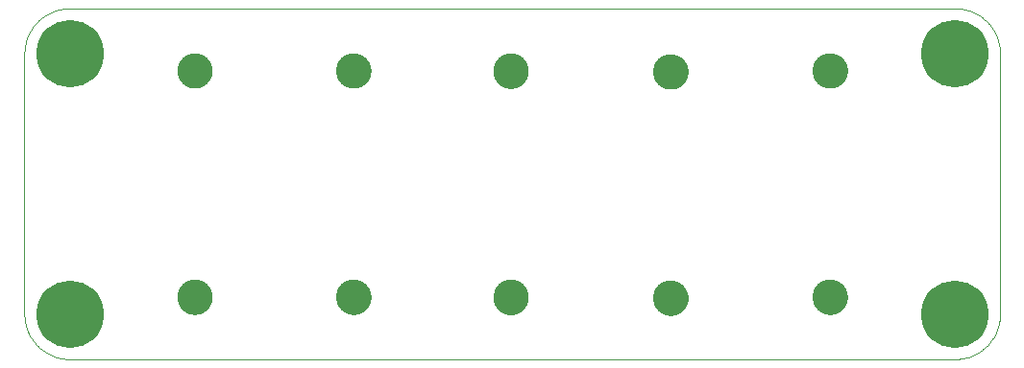
<source format=gts>
G75*
%MOIN*%
%OFA0B0*%
%FSLAX25Y25*%
%IPPOS*%
%LPD*%
%AMOC8*
5,1,8,0,0,1.08239X$1,22.5*
%
%ADD10C,0.00000*%
%ADD11C,0.12211*%
%ADD12C,0.23400*%
D10*
X0024622Y0008874D02*
X0331709Y0008874D01*
X0332090Y0008879D01*
X0332470Y0008892D01*
X0332850Y0008915D01*
X0333229Y0008948D01*
X0333607Y0008989D01*
X0333984Y0009039D01*
X0334360Y0009099D01*
X0334735Y0009167D01*
X0335107Y0009245D01*
X0335478Y0009332D01*
X0335846Y0009427D01*
X0336212Y0009532D01*
X0336575Y0009645D01*
X0336936Y0009767D01*
X0337293Y0009897D01*
X0337647Y0010037D01*
X0337998Y0010184D01*
X0338345Y0010341D01*
X0338688Y0010505D01*
X0339027Y0010678D01*
X0339362Y0010859D01*
X0339693Y0011048D01*
X0340018Y0011245D01*
X0340339Y0011449D01*
X0340655Y0011662D01*
X0340965Y0011882D01*
X0341271Y0012109D01*
X0341570Y0012344D01*
X0341864Y0012586D01*
X0342152Y0012834D01*
X0342434Y0013090D01*
X0342709Y0013353D01*
X0342978Y0013622D01*
X0343241Y0013897D01*
X0343497Y0014179D01*
X0343745Y0014467D01*
X0343987Y0014761D01*
X0344222Y0015060D01*
X0344449Y0015366D01*
X0344669Y0015676D01*
X0344882Y0015992D01*
X0345086Y0016313D01*
X0345283Y0016638D01*
X0345472Y0016969D01*
X0345653Y0017304D01*
X0345826Y0017643D01*
X0345990Y0017986D01*
X0346147Y0018333D01*
X0346294Y0018684D01*
X0346434Y0019038D01*
X0346564Y0019395D01*
X0346686Y0019756D01*
X0346799Y0020119D01*
X0346904Y0020485D01*
X0346999Y0020853D01*
X0347086Y0021224D01*
X0347164Y0021596D01*
X0347232Y0021971D01*
X0347292Y0022347D01*
X0347342Y0022724D01*
X0347383Y0023102D01*
X0347416Y0023481D01*
X0347439Y0023861D01*
X0347452Y0024241D01*
X0347457Y0024622D01*
X0347457Y0115173D01*
X0347452Y0115554D01*
X0347439Y0115934D01*
X0347416Y0116314D01*
X0347383Y0116693D01*
X0347342Y0117071D01*
X0347292Y0117448D01*
X0347232Y0117824D01*
X0347164Y0118199D01*
X0347086Y0118571D01*
X0346999Y0118942D01*
X0346904Y0119310D01*
X0346799Y0119676D01*
X0346686Y0120039D01*
X0346564Y0120400D01*
X0346434Y0120757D01*
X0346294Y0121111D01*
X0346147Y0121462D01*
X0345990Y0121809D01*
X0345826Y0122152D01*
X0345653Y0122491D01*
X0345472Y0122826D01*
X0345283Y0123157D01*
X0345086Y0123482D01*
X0344882Y0123803D01*
X0344669Y0124119D01*
X0344449Y0124429D01*
X0344222Y0124735D01*
X0343987Y0125034D01*
X0343745Y0125328D01*
X0343497Y0125616D01*
X0343241Y0125898D01*
X0342978Y0126173D01*
X0342709Y0126442D01*
X0342434Y0126705D01*
X0342152Y0126961D01*
X0341864Y0127209D01*
X0341570Y0127451D01*
X0341271Y0127686D01*
X0340965Y0127913D01*
X0340655Y0128133D01*
X0340339Y0128346D01*
X0340018Y0128550D01*
X0339693Y0128747D01*
X0339362Y0128936D01*
X0339027Y0129117D01*
X0338688Y0129290D01*
X0338345Y0129454D01*
X0337998Y0129611D01*
X0337647Y0129758D01*
X0337293Y0129898D01*
X0336936Y0130028D01*
X0336575Y0130150D01*
X0336212Y0130263D01*
X0335846Y0130368D01*
X0335478Y0130463D01*
X0335107Y0130550D01*
X0334735Y0130628D01*
X0334360Y0130696D01*
X0333984Y0130756D01*
X0333607Y0130806D01*
X0333229Y0130847D01*
X0332850Y0130880D01*
X0332470Y0130903D01*
X0332090Y0130916D01*
X0331709Y0130921D01*
X0024622Y0130921D01*
X0024241Y0130916D01*
X0023861Y0130903D01*
X0023481Y0130880D01*
X0023102Y0130847D01*
X0022724Y0130806D01*
X0022347Y0130756D01*
X0021971Y0130696D01*
X0021596Y0130628D01*
X0021224Y0130550D01*
X0020853Y0130463D01*
X0020485Y0130368D01*
X0020119Y0130263D01*
X0019756Y0130150D01*
X0019395Y0130028D01*
X0019038Y0129898D01*
X0018684Y0129758D01*
X0018333Y0129611D01*
X0017986Y0129454D01*
X0017643Y0129290D01*
X0017304Y0129117D01*
X0016969Y0128936D01*
X0016638Y0128747D01*
X0016313Y0128550D01*
X0015992Y0128346D01*
X0015676Y0128133D01*
X0015366Y0127913D01*
X0015060Y0127686D01*
X0014761Y0127451D01*
X0014467Y0127209D01*
X0014179Y0126961D01*
X0013897Y0126705D01*
X0013622Y0126442D01*
X0013353Y0126173D01*
X0013090Y0125898D01*
X0012834Y0125616D01*
X0012586Y0125328D01*
X0012344Y0125034D01*
X0012109Y0124735D01*
X0011882Y0124429D01*
X0011662Y0124119D01*
X0011449Y0123803D01*
X0011245Y0123482D01*
X0011048Y0123157D01*
X0010859Y0122826D01*
X0010678Y0122491D01*
X0010505Y0122152D01*
X0010341Y0121809D01*
X0010184Y0121462D01*
X0010037Y0121111D01*
X0009897Y0120757D01*
X0009767Y0120400D01*
X0009645Y0120039D01*
X0009532Y0119676D01*
X0009427Y0119310D01*
X0009332Y0118942D01*
X0009245Y0118571D01*
X0009167Y0118199D01*
X0009099Y0117824D01*
X0009039Y0117448D01*
X0008989Y0117071D01*
X0008948Y0116693D01*
X0008915Y0116314D01*
X0008892Y0115934D01*
X0008879Y0115554D01*
X0008874Y0115173D01*
X0008874Y0024622D01*
X0008879Y0024241D01*
X0008892Y0023861D01*
X0008915Y0023481D01*
X0008948Y0023102D01*
X0008989Y0022724D01*
X0009039Y0022347D01*
X0009099Y0021971D01*
X0009167Y0021596D01*
X0009245Y0021224D01*
X0009332Y0020853D01*
X0009427Y0020485D01*
X0009532Y0020119D01*
X0009645Y0019756D01*
X0009767Y0019395D01*
X0009897Y0019038D01*
X0010037Y0018684D01*
X0010184Y0018333D01*
X0010341Y0017986D01*
X0010505Y0017643D01*
X0010678Y0017304D01*
X0010859Y0016969D01*
X0011048Y0016638D01*
X0011245Y0016313D01*
X0011449Y0015992D01*
X0011662Y0015676D01*
X0011882Y0015366D01*
X0012109Y0015060D01*
X0012344Y0014761D01*
X0012586Y0014467D01*
X0012834Y0014179D01*
X0013090Y0013897D01*
X0013353Y0013622D01*
X0013622Y0013353D01*
X0013897Y0013090D01*
X0014179Y0012834D01*
X0014467Y0012586D01*
X0014761Y0012344D01*
X0015060Y0012109D01*
X0015366Y0011882D01*
X0015676Y0011662D01*
X0015992Y0011449D01*
X0016313Y0011245D01*
X0016638Y0011048D01*
X0016969Y0010859D01*
X0017304Y0010678D01*
X0017643Y0010505D01*
X0017986Y0010341D01*
X0018333Y0010184D01*
X0018684Y0010037D01*
X0019038Y0009897D01*
X0019395Y0009767D01*
X0019756Y0009645D01*
X0020119Y0009532D01*
X0020485Y0009427D01*
X0020853Y0009332D01*
X0021224Y0009245D01*
X0021596Y0009167D01*
X0021971Y0009099D01*
X0022347Y0009039D01*
X0022724Y0008989D01*
X0023102Y0008948D01*
X0023481Y0008915D01*
X0023861Y0008892D01*
X0024241Y0008879D01*
X0024622Y0008874D01*
X0062023Y0030528D02*
X0062025Y0030681D01*
X0062031Y0030835D01*
X0062041Y0030988D01*
X0062055Y0031140D01*
X0062073Y0031293D01*
X0062095Y0031444D01*
X0062120Y0031595D01*
X0062150Y0031746D01*
X0062184Y0031896D01*
X0062221Y0032044D01*
X0062262Y0032192D01*
X0062307Y0032338D01*
X0062356Y0032484D01*
X0062409Y0032628D01*
X0062465Y0032770D01*
X0062525Y0032911D01*
X0062589Y0033051D01*
X0062656Y0033189D01*
X0062727Y0033325D01*
X0062802Y0033459D01*
X0062879Y0033591D01*
X0062961Y0033721D01*
X0063045Y0033849D01*
X0063133Y0033975D01*
X0063224Y0034098D01*
X0063318Y0034219D01*
X0063416Y0034337D01*
X0063516Y0034453D01*
X0063620Y0034566D01*
X0063726Y0034677D01*
X0063835Y0034785D01*
X0063947Y0034890D01*
X0064061Y0034991D01*
X0064179Y0035090D01*
X0064298Y0035186D01*
X0064420Y0035279D01*
X0064545Y0035368D01*
X0064672Y0035455D01*
X0064801Y0035537D01*
X0064932Y0035617D01*
X0065065Y0035693D01*
X0065200Y0035766D01*
X0065337Y0035835D01*
X0065476Y0035900D01*
X0065616Y0035962D01*
X0065758Y0036020D01*
X0065901Y0036075D01*
X0066046Y0036126D01*
X0066192Y0036173D01*
X0066339Y0036216D01*
X0066487Y0036255D01*
X0066636Y0036291D01*
X0066786Y0036322D01*
X0066937Y0036350D01*
X0067088Y0036374D01*
X0067241Y0036394D01*
X0067393Y0036410D01*
X0067546Y0036422D01*
X0067699Y0036430D01*
X0067852Y0036434D01*
X0068006Y0036434D01*
X0068159Y0036430D01*
X0068312Y0036422D01*
X0068465Y0036410D01*
X0068617Y0036394D01*
X0068770Y0036374D01*
X0068921Y0036350D01*
X0069072Y0036322D01*
X0069222Y0036291D01*
X0069371Y0036255D01*
X0069519Y0036216D01*
X0069666Y0036173D01*
X0069812Y0036126D01*
X0069957Y0036075D01*
X0070100Y0036020D01*
X0070242Y0035962D01*
X0070382Y0035900D01*
X0070521Y0035835D01*
X0070658Y0035766D01*
X0070793Y0035693D01*
X0070926Y0035617D01*
X0071057Y0035537D01*
X0071186Y0035455D01*
X0071313Y0035368D01*
X0071438Y0035279D01*
X0071560Y0035186D01*
X0071679Y0035090D01*
X0071797Y0034991D01*
X0071911Y0034890D01*
X0072023Y0034785D01*
X0072132Y0034677D01*
X0072238Y0034566D01*
X0072342Y0034453D01*
X0072442Y0034337D01*
X0072540Y0034219D01*
X0072634Y0034098D01*
X0072725Y0033975D01*
X0072813Y0033849D01*
X0072897Y0033721D01*
X0072979Y0033591D01*
X0073056Y0033459D01*
X0073131Y0033325D01*
X0073202Y0033189D01*
X0073269Y0033051D01*
X0073333Y0032911D01*
X0073393Y0032770D01*
X0073449Y0032628D01*
X0073502Y0032484D01*
X0073551Y0032338D01*
X0073596Y0032192D01*
X0073637Y0032044D01*
X0073674Y0031896D01*
X0073708Y0031746D01*
X0073738Y0031595D01*
X0073763Y0031444D01*
X0073785Y0031293D01*
X0073803Y0031140D01*
X0073817Y0030988D01*
X0073827Y0030835D01*
X0073833Y0030681D01*
X0073835Y0030528D01*
X0073833Y0030375D01*
X0073827Y0030221D01*
X0073817Y0030068D01*
X0073803Y0029916D01*
X0073785Y0029763D01*
X0073763Y0029612D01*
X0073738Y0029461D01*
X0073708Y0029310D01*
X0073674Y0029160D01*
X0073637Y0029012D01*
X0073596Y0028864D01*
X0073551Y0028718D01*
X0073502Y0028572D01*
X0073449Y0028428D01*
X0073393Y0028286D01*
X0073333Y0028145D01*
X0073269Y0028005D01*
X0073202Y0027867D01*
X0073131Y0027731D01*
X0073056Y0027597D01*
X0072979Y0027465D01*
X0072897Y0027335D01*
X0072813Y0027207D01*
X0072725Y0027081D01*
X0072634Y0026958D01*
X0072540Y0026837D01*
X0072442Y0026719D01*
X0072342Y0026603D01*
X0072238Y0026490D01*
X0072132Y0026379D01*
X0072023Y0026271D01*
X0071911Y0026166D01*
X0071797Y0026065D01*
X0071679Y0025966D01*
X0071560Y0025870D01*
X0071438Y0025777D01*
X0071313Y0025688D01*
X0071186Y0025601D01*
X0071057Y0025519D01*
X0070926Y0025439D01*
X0070793Y0025363D01*
X0070658Y0025290D01*
X0070521Y0025221D01*
X0070382Y0025156D01*
X0070242Y0025094D01*
X0070100Y0025036D01*
X0069957Y0024981D01*
X0069812Y0024930D01*
X0069666Y0024883D01*
X0069519Y0024840D01*
X0069371Y0024801D01*
X0069222Y0024765D01*
X0069072Y0024734D01*
X0068921Y0024706D01*
X0068770Y0024682D01*
X0068617Y0024662D01*
X0068465Y0024646D01*
X0068312Y0024634D01*
X0068159Y0024626D01*
X0068006Y0024622D01*
X0067852Y0024622D01*
X0067699Y0024626D01*
X0067546Y0024634D01*
X0067393Y0024646D01*
X0067241Y0024662D01*
X0067088Y0024682D01*
X0066937Y0024706D01*
X0066786Y0024734D01*
X0066636Y0024765D01*
X0066487Y0024801D01*
X0066339Y0024840D01*
X0066192Y0024883D01*
X0066046Y0024930D01*
X0065901Y0024981D01*
X0065758Y0025036D01*
X0065616Y0025094D01*
X0065476Y0025156D01*
X0065337Y0025221D01*
X0065200Y0025290D01*
X0065065Y0025363D01*
X0064932Y0025439D01*
X0064801Y0025519D01*
X0064672Y0025601D01*
X0064545Y0025688D01*
X0064420Y0025777D01*
X0064298Y0025870D01*
X0064179Y0025966D01*
X0064061Y0026065D01*
X0063947Y0026166D01*
X0063835Y0026271D01*
X0063726Y0026379D01*
X0063620Y0026490D01*
X0063516Y0026603D01*
X0063416Y0026719D01*
X0063318Y0026837D01*
X0063224Y0026958D01*
X0063133Y0027081D01*
X0063045Y0027207D01*
X0062961Y0027335D01*
X0062879Y0027465D01*
X0062802Y0027597D01*
X0062727Y0027731D01*
X0062656Y0027867D01*
X0062589Y0028005D01*
X0062525Y0028145D01*
X0062465Y0028286D01*
X0062409Y0028428D01*
X0062356Y0028572D01*
X0062307Y0028718D01*
X0062262Y0028864D01*
X0062221Y0029012D01*
X0062184Y0029160D01*
X0062150Y0029310D01*
X0062120Y0029461D01*
X0062095Y0029612D01*
X0062073Y0029763D01*
X0062055Y0029916D01*
X0062041Y0030068D01*
X0062031Y0030221D01*
X0062025Y0030375D01*
X0062023Y0030528D01*
X0117141Y0030528D02*
X0117143Y0030681D01*
X0117149Y0030835D01*
X0117159Y0030988D01*
X0117173Y0031140D01*
X0117191Y0031293D01*
X0117213Y0031444D01*
X0117238Y0031595D01*
X0117268Y0031746D01*
X0117302Y0031896D01*
X0117339Y0032044D01*
X0117380Y0032192D01*
X0117425Y0032338D01*
X0117474Y0032484D01*
X0117527Y0032628D01*
X0117583Y0032770D01*
X0117643Y0032911D01*
X0117707Y0033051D01*
X0117774Y0033189D01*
X0117845Y0033325D01*
X0117920Y0033459D01*
X0117997Y0033591D01*
X0118079Y0033721D01*
X0118163Y0033849D01*
X0118251Y0033975D01*
X0118342Y0034098D01*
X0118436Y0034219D01*
X0118534Y0034337D01*
X0118634Y0034453D01*
X0118738Y0034566D01*
X0118844Y0034677D01*
X0118953Y0034785D01*
X0119065Y0034890D01*
X0119179Y0034991D01*
X0119297Y0035090D01*
X0119416Y0035186D01*
X0119538Y0035279D01*
X0119663Y0035368D01*
X0119790Y0035455D01*
X0119919Y0035537D01*
X0120050Y0035617D01*
X0120183Y0035693D01*
X0120318Y0035766D01*
X0120455Y0035835D01*
X0120594Y0035900D01*
X0120734Y0035962D01*
X0120876Y0036020D01*
X0121019Y0036075D01*
X0121164Y0036126D01*
X0121310Y0036173D01*
X0121457Y0036216D01*
X0121605Y0036255D01*
X0121754Y0036291D01*
X0121904Y0036322D01*
X0122055Y0036350D01*
X0122206Y0036374D01*
X0122359Y0036394D01*
X0122511Y0036410D01*
X0122664Y0036422D01*
X0122817Y0036430D01*
X0122970Y0036434D01*
X0123124Y0036434D01*
X0123277Y0036430D01*
X0123430Y0036422D01*
X0123583Y0036410D01*
X0123735Y0036394D01*
X0123888Y0036374D01*
X0124039Y0036350D01*
X0124190Y0036322D01*
X0124340Y0036291D01*
X0124489Y0036255D01*
X0124637Y0036216D01*
X0124784Y0036173D01*
X0124930Y0036126D01*
X0125075Y0036075D01*
X0125218Y0036020D01*
X0125360Y0035962D01*
X0125500Y0035900D01*
X0125639Y0035835D01*
X0125776Y0035766D01*
X0125911Y0035693D01*
X0126044Y0035617D01*
X0126175Y0035537D01*
X0126304Y0035455D01*
X0126431Y0035368D01*
X0126556Y0035279D01*
X0126678Y0035186D01*
X0126797Y0035090D01*
X0126915Y0034991D01*
X0127029Y0034890D01*
X0127141Y0034785D01*
X0127250Y0034677D01*
X0127356Y0034566D01*
X0127460Y0034453D01*
X0127560Y0034337D01*
X0127658Y0034219D01*
X0127752Y0034098D01*
X0127843Y0033975D01*
X0127931Y0033849D01*
X0128015Y0033721D01*
X0128097Y0033591D01*
X0128174Y0033459D01*
X0128249Y0033325D01*
X0128320Y0033189D01*
X0128387Y0033051D01*
X0128451Y0032911D01*
X0128511Y0032770D01*
X0128567Y0032628D01*
X0128620Y0032484D01*
X0128669Y0032338D01*
X0128714Y0032192D01*
X0128755Y0032044D01*
X0128792Y0031896D01*
X0128826Y0031746D01*
X0128856Y0031595D01*
X0128881Y0031444D01*
X0128903Y0031293D01*
X0128921Y0031140D01*
X0128935Y0030988D01*
X0128945Y0030835D01*
X0128951Y0030681D01*
X0128953Y0030528D01*
X0128951Y0030375D01*
X0128945Y0030221D01*
X0128935Y0030068D01*
X0128921Y0029916D01*
X0128903Y0029763D01*
X0128881Y0029612D01*
X0128856Y0029461D01*
X0128826Y0029310D01*
X0128792Y0029160D01*
X0128755Y0029012D01*
X0128714Y0028864D01*
X0128669Y0028718D01*
X0128620Y0028572D01*
X0128567Y0028428D01*
X0128511Y0028286D01*
X0128451Y0028145D01*
X0128387Y0028005D01*
X0128320Y0027867D01*
X0128249Y0027731D01*
X0128174Y0027597D01*
X0128097Y0027465D01*
X0128015Y0027335D01*
X0127931Y0027207D01*
X0127843Y0027081D01*
X0127752Y0026958D01*
X0127658Y0026837D01*
X0127560Y0026719D01*
X0127460Y0026603D01*
X0127356Y0026490D01*
X0127250Y0026379D01*
X0127141Y0026271D01*
X0127029Y0026166D01*
X0126915Y0026065D01*
X0126797Y0025966D01*
X0126678Y0025870D01*
X0126556Y0025777D01*
X0126431Y0025688D01*
X0126304Y0025601D01*
X0126175Y0025519D01*
X0126044Y0025439D01*
X0125911Y0025363D01*
X0125776Y0025290D01*
X0125639Y0025221D01*
X0125500Y0025156D01*
X0125360Y0025094D01*
X0125218Y0025036D01*
X0125075Y0024981D01*
X0124930Y0024930D01*
X0124784Y0024883D01*
X0124637Y0024840D01*
X0124489Y0024801D01*
X0124340Y0024765D01*
X0124190Y0024734D01*
X0124039Y0024706D01*
X0123888Y0024682D01*
X0123735Y0024662D01*
X0123583Y0024646D01*
X0123430Y0024634D01*
X0123277Y0024626D01*
X0123124Y0024622D01*
X0122970Y0024622D01*
X0122817Y0024626D01*
X0122664Y0024634D01*
X0122511Y0024646D01*
X0122359Y0024662D01*
X0122206Y0024682D01*
X0122055Y0024706D01*
X0121904Y0024734D01*
X0121754Y0024765D01*
X0121605Y0024801D01*
X0121457Y0024840D01*
X0121310Y0024883D01*
X0121164Y0024930D01*
X0121019Y0024981D01*
X0120876Y0025036D01*
X0120734Y0025094D01*
X0120594Y0025156D01*
X0120455Y0025221D01*
X0120318Y0025290D01*
X0120183Y0025363D01*
X0120050Y0025439D01*
X0119919Y0025519D01*
X0119790Y0025601D01*
X0119663Y0025688D01*
X0119538Y0025777D01*
X0119416Y0025870D01*
X0119297Y0025966D01*
X0119179Y0026065D01*
X0119065Y0026166D01*
X0118953Y0026271D01*
X0118844Y0026379D01*
X0118738Y0026490D01*
X0118634Y0026603D01*
X0118534Y0026719D01*
X0118436Y0026837D01*
X0118342Y0026958D01*
X0118251Y0027081D01*
X0118163Y0027207D01*
X0118079Y0027335D01*
X0117997Y0027465D01*
X0117920Y0027597D01*
X0117845Y0027731D01*
X0117774Y0027867D01*
X0117707Y0028005D01*
X0117643Y0028145D01*
X0117583Y0028286D01*
X0117527Y0028428D01*
X0117474Y0028572D01*
X0117425Y0028718D01*
X0117380Y0028864D01*
X0117339Y0029012D01*
X0117302Y0029160D01*
X0117268Y0029310D01*
X0117238Y0029461D01*
X0117213Y0029612D01*
X0117191Y0029763D01*
X0117173Y0029916D01*
X0117159Y0030068D01*
X0117149Y0030221D01*
X0117143Y0030375D01*
X0117141Y0030528D01*
X0171669Y0030409D02*
X0171671Y0030562D01*
X0171677Y0030716D01*
X0171687Y0030869D01*
X0171701Y0031021D01*
X0171719Y0031174D01*
X0171741Y0031325D01*
X0171766Y0031476D01*
X0171796Y0031627D01*
X0171830Y0031777D01*
X0171867Y0031925D01*
X0171908Y0032073D01*
X0171953Y0032219D01*
X0172002Y0032365D01*
X0172055Y0032509D01*
X0172111Y0032651D01*
X0172171Y0032792D01*
X0172235Y0032932D01*
X0172302Y0033070D01*
X0172373Y0033206D01*
X0172448Y0033340D01*
X0172525Y0033472D01*
X0172607Y0033602D01*
X0172691Y0033730D01*
X0172779Y0033856D01*
X0172870Y0033979D01*
X0172964Y0034100D01*
X0173062Y0034218D01*
X0173162Y0034334D01*
X0173266Y0034447D01*
X0173372Y0034558D01*
X0173481Y0034666D01*
X0173593Y0034771D01*
X0173707Y0034872D01*
X0173825Y0034971D01*
X0173944Y0035067D01*
X0174066Y0035160D01*
X0174191Y0035249D01*
X0174318Y0035336D01*
X0174447Y0035418D01*
X0174578Y0035498D01*
X0174711Y0035574D01*
X0174846Y0035647D01*
X0174983Y0035716D01*
X0175122Y0035781D01*
X0175262Y0035843D01*
X0175404Y0035901D01*
X0175547Y0035956D01*
X0175692Y0036007D01*
X0175838Y0036054D01*
X0175985Y0036097D01*
X0176133Y0036136D01*
X0176282Y0036172D01*
X0176432Y0036203D01*
X0176583Y0036231D01*
X0176734Y0036255D01*
X0176887Y0036275D01*
X0177039Y0036291D01*
X0177192Y0036303D01*
X0177345Y0036311D01*
X0177498Y0036315D01*
X0177652Y0036315D01*
X0177805Y0036311D01*
X0177958Y0036303D01*
X0178111Y0036291D01*
X0178263Y0036275D01*
X0178416Y0036255D01*
X0178567Y0036231D01*
X0178718Y0036203D01*
X0178868Y0036172D01*
X0179017Y0036136D01*
X0179165Y0036097D01*
X0179312Y0036054D01*
X0179458Y0036007D01*
X0179603Y0035956D01*
X0179746Y0035901D01*
X0179888Y0035843D01*
X0180028Y0035781D01*
X0180167Y0035716D01*
X0180304Y0035647D01*
X0180439Y0035574D01*
X0180572Y0035498D01*
X0180703Y0035418D01*
X0180832Y0035336D01*
X0180959Y0035249D01*
X0181084Y0035160D01*
X0181206Y0035067D01*
X0181325Y0034971D01*
X0181443Y0034872D01*
X0181557Y0034771D01*
X0181669Y0034666D01*
X0181778Y0034558D01*
X0181884Y0034447D01*
X0181988Y0034334D01*
X0182088Y0034218D01*
X0182186Y0034100D01*
X0182280Y0033979D01*
X0182371Y0033856D01*
X0182459Y0033730D01*
X0182543Y0033602D01*
X0182625Y0033472D01*
X0182702Y0033340D01*
X0182777Y0033206D01*
X0182848Y0033070D01*
X0182915Y0032932D01*
X0182979Y0032792D01*
X0183039Y0032651D01*
X0183095Y0032509D01*
X0183148Y0032365D01*
X0183197Y0032219D01*
X0183242Y0032073D01*
X0183283Y0031925D01*
X0183320Y0031777D01*
X0183354Y0031627D01*
X0183384Y0031476D01*
X0183409Y0031325D01*
X0183431Y0031174D01*
X0183449Y0031021D01*
X0183463Y0030869D01*
X0183473Y0030716D01*
X0183479Y0030562D01*
X0183481Y0030409D01*
X0183479Y0030256D01*
X0183473Y0030102D01*
X0183463Y0029949D01*
X0183449Y0029797D01*
X0183431Y0029644D01*
X0183409Y0029493D01*
X0183384Y0029342D01*
X0183354Y0029191D01*
X0183320Y0029041D01*
X0183283Y0028893D01*
X0183242Y0028745D01*
X0183197Y0028599D01*
X0183148Y0028453D01*
X0183095Y0028309D01*
X0183039Y0028167D01*
X0182979Y0028026D01*
X0182915Y0027886D01*
X0182848Y0027748D01*
X0182777Y0027612D01*
X0182702Y0027478D01*
X0182625Y0027346D01*
X0182543Y0027216D01*
X0182459Y0027088D01*
X0182371Y0026962D01*
X0182280Y0026839D01*
X0182186Y0026718D01*
X0182088Y0026600D01*
X0181988Y0026484D01*
X0181884Y0026371D01*
X0181778Y0026260D01*
X0181669Y0026152D01*
X0181557Y0026047D01*
X0181443Y0025946D01*
X0181325Y0025847D01*
X0181206Y0025751D01*
X0181084Y0025658D01*
X0180959Y0025569D01*
X0180832Y0025482D01*
X0180703Y0025400D01*
X0180572Y0025320D01*
X0180439Y0025244D01*
X0180304Y0025171D01*
X0180167Y0025102D01*
X0180028Y0025037D01*
X0179888Y0024975D01*
X0179746Y0024917D01*
X0179603Y0024862D01*
X0179458Y0024811D01*
X0179312Y0024764D01*
X0179165Y0024721D01*
X0179017Y0024682D01*
X0178868Y0024646D01*
X0178718Y0024615D01*
X0178567Y0024587D01*
X0178416Y0024563D01*
X0178263Y0024543D01*
X0178111Y0024527D01*
X0177958Y0024515D01*
X0177805Y0024507D01*
X0177652Y0024503D01*
X0177498Y0024503D01*
X0177345Y0024507D01*
X0177192Y0024515D01*
X0177039Y0024527D01*
X0176887Y0024543D01*
X0176734Y0024563D01*
X0176583Y0024587D01*
X0176432Y0024615D01*
X0176282Y0024646D01*
X0176133Y0024682D01*
X0175985Y0024721D01*
X0175838Y0024764D01*
X0175692Y0024811D01*
X0175547Y0024862D01*
X0175404Y0024917D01*
X0175262Y0024975D01*
X0175122Y0025037D01*
X0174983Y0025102D01*
X0174846Y0025171D01*
X0174711Y0025244D01*
X0174578Y0025320D01*
X0174447Y0025400D01*
X0174318Y0025482D01*
X0174191Y0025569D01*
X0174066Y0025658D01*
X0173944Y0025751D01*
X0173825Y0025847D01*
X0173707Y0025946D01*
X0173593Y0026047D01*
X0173481Y0026152D01*
X0173372Y0026260D01*
X0173266Y0026371D01*
X0173162Y0026484D01*
X0173062Y0026600D01*
X0172964Y0026718D01*
X0172870Y0026839D01*
X0172779Y0026962D01*
X0172691Y0027088D01*
X0172607Y0027216D01*
X0172525Y0027346D01*
X0172448Y0027478D01*
X0172373Y0027612D01*
X0172302Y0027748D01*
X0172235Y0027886D01*
X0172171Y0028026D01*
X0172111Y0028167D01*
X0172055Y0028309D01*
X0172002Y0028453D01*
X0171953Y0028599D01*
X0171908Y0028745D01*
X0171867Y0028893D01*
X0171830Y0029041D01*
X0171796Y0029191D01*
X0171766Y0029342D01*
X0171741Y0029493D01*
X0171719Y0029644D01*
X0171701Y0029797D01*
X0171687Y0029949D01*
X0171677Y0030102D01*
X0171671Y0030256D01*
X0171669Y0030409D01*
X0227181Y0030173D02*
X0227183Y0030326D01*
X0227189Y0030480D01*
X0227199Y0030633D01*
X0227213Y0030785D01*
X0227231Y0030938D01*
X0227253Y0031089D01*
X0227278Y0031240D01*
X0227308Y0031391D01*
X0227342Y0031541D01*
X0227379Y0031689D01*
X0227420Y0031837D01*
X0227465Y0031983D01*
X0227514Y0032129D01*
X0227567Y0032273D01*
X0227623Y0032415D01*
X0227683Y0032556D01*
X0227747Y0032696D01*
X0227814Y0032834D01*
X0227885Y0032970D01*
X0227960Y0033104D01*
X0228037Y0033236D01*
X0228119Y0033366D01*
X0228203Y0033494D01*
X0228291Y0033620D01*
X0228382Y0033743D01*
X0228476Y0033864D01*
X0228574Y0033982D01*
X0228674Y0034098D01*
X0228778Y0034211D01*
X0228884Y0034322D01*
X0228993Y0034430D01*
X0229105Y0034535D01*
X0229219Y0034636D01*
X0229337Y0034735D01*
X0229456Y0034831D01*
X0229578Y0034924D01*
X0229703Y0035013D01*
X0229830Y0035100D01*
X0229959Y0035182D01*
X0230090Y0035262D01*
X0230223Y0035338D01*
X0230358Y0035411D01*
X0230495Y0035480D01*
X0230634Y0035545D01*
X0230774Y0035607D01*
X0230916Y0035665D01*
X0231059Y0035720D01*
X0231204Y0035771D01*
X0231350Y0035818D01*
X0231497Y0035861D01*
X0231645Y0035900D01*
X0231794Y0035936D01*
X0231944Y0035967D01*
X0232095Y0035995D01*
X0232246Y0036019D01*
X0232399Y0036039D01*
X0232551Y0036055D01*
X0232704Y0036067D01*
X0232857Y0036075D01*
X0233010Y0036079D01*
X0233164Y0036079D01*
X0233317Y0036075D01*
X0233470Y0036067D01*
X0233623Y0036055D01*
X0233775Y0036039D01*
X0233928Y0036019D01*
X0234079Y0035995D01*
X0234230Y0035967D01*
X0234380Y0035936D01*
X0234529Y0035900D01*
X0234677Y0035861D01*
X0234824Y0035818D01*
X0234970Y0035771D01*
X0235115Y0035720D01*
X0235258Y0035665D01*
X0235400Y0035607D01*
X0235540Y0035545D01*
X0235679Y0035480D01*
X0235816Y0035411D01*
X0235951Y0035338D01*
X0236084Y0035262D01*
X0236215Y0035182D01*
X0236344Y0035100D01*
X0236471Y0035013D01*
X0236596Y0034924D01*
X0236718Y0034831D01*
X0236837Y0034735D01*
X0236955Y0034636D01*
X0237069Y0034535D01*
X0237181Y0034430D01*
X0237290Y0034322D01*
X0237396Y0034211D01*
X0237500Y0034098D01*
X0237600Y0033982D01*
X0237698Y0033864D01*
X0237792Y0033743D01*
X0237883Y0033620D01*
X0237971Y0033494D01*
X0238055Y0033366D01*
X0238137Y0033236D01*
X0238214Y0033104D01*
X0238289Y0032970D01*
X0238360Y0032834D01*
X0238427Y0032696D01*
X0238491Y0032556D01*
X0238551Y0032415D01*
X0238607Y0032273D01*
X0238660Y0032129D01*
X0238709Y0031983D01*
X0238754Y0031837D01*
X0238795Y0031689D01*
X0238832Y0031541D01*
X0238866Y0031391D01*
X0238896Y0031240D01*
X0238921Y0031089D01*
X0238943Y0030938D01*
X0238961Y0030785D01*
X0238975Y0030633D01*
X0238985Y0030480D01*
X0238991Y0030326D01*
X0238993Y0030173D01*
X0238991Y0030020D01*
X0238985Y0029866D01*
X0238975Y0029713D01*
X0238961Y0029561D01*
X0238943Y0029408D01*
X0238921Y0029257D01*
X0238896Y0029106D01*
X0238866Y0028955D01*
X0238832Y0028805D01*
X0238795Y0028657D01*
X0238754Y0028509D01*
X0238709Y0028363D01*
X0238660Y0028217D01*
X0238607Y0028073D01*
X0238551Y0027931D01*
X0238491Y0027790D01*
X0238427Y0027650D01*
X0238360Y0027512D01*
X0238289Y0027376D01*
X0238214Y0027242D01*
X0238137Y0027110D01*
X0238055Y0026980D01*
X0237971Y0026852D01*
X0237883Y0026726D01*
X0237792Y0026603D01*
X0237698Y0026482D01*
X0237600Y0026364D01*
X0237500Y0026248D01*
X0237396Y0026135D01*
X0237290Y0026024D01*
X0237181Y0025916D01*
X0237069Y0025811D01*
X0236955Y0025710D01*
X0236837Y0025611D01*
X0236718Y0025515D01*
X0236596Y0025422D01*
X0236471Y0025333D01*
X0236344Y0025246D01*
X0236215Y0025164D01*
X0236084Y0025084D01*
X0235951Y0025008D01*
X0235816Y0024935D01*
X0235679Y0024866D01*
X0235540Y0024801D01*
X0235400Y0024739D01*
X0235258Y0024681D01*
X0235115Y0024626D01*
X0234970Y0024575D01*
X0234824Y0024528D01*
X0234677Y0024485D01*
X0234529Y0024446D01*
X0234380Y0024410D01*
X0234230Y0024379D01*
X0234079Y0024351D01*
X0233928Y0024327D01*
X0233775Y0024307D01*
X0233623Y0024291D01*
X0233470Y0024279D01*
X0233317Y0024271D01*
X0233164Y0024267D01*
X0233010Y0024267D01*
X0232857Y0024271D01*
X0232704Y0024279D01*
X0232551Y0024291D01*
X0232399Y0024307D01*
X0232246Y0024327D01*
X0232095Y0024351D01*
X0231944Y0024379D01*
X0231794Y0024410D01*
X0231645Y0024446D01*
X0231497Y0024485D01*
X0231350Y0024528D01*
X0231204Y0024575D01*
X0231059Y0024626D01*
X0230916Y0024681D01*
X0230774Y0024739D01*
X0230634Y0024801D01*
X0230495Y0024866D01*
X0230358Y0024935D01*
X0230223Y0025008D01*
X0230090Y0025084D01*
X0229959Y0025164D01*
X0229830Y0025246D01*
X0229703Y0025333D01*
X0229578Y0025422D01*
X0229456Y0025515D01*
X0229337Y0025611D01*
X0229219Y0025710D01*
X0229105Y0025811D01*
X0228993Y0025916D01*
X0228884Y0026024D01*
X0228778Y0026135D01*
X0228674Y0026248D01*
X0228574Y0026364D01*
X0228476Y0026482D01*
X0228382Y0026603D01*
X0228291Y0026726D01*
X0228203Y0026852D01*
X0228119Y0026980D01*
X0228037Y0027110D01*
X0227960Y0027242D01*
X0227885Y0027376D01*
X0227814Y0027512D01*
X0227747Y0027650D01*
X0227683Y0027790D01*
X0227623Y0027931D01*
X0227567Y0028073D01*
X0227514Y0028217D01*
X0227465Y0028363D01*
X0227420Y0028509D01*
X0227379Y0028657D01*
X0227342Y0028805D01*
X0227308Y0028955D01*
X0227278Y0029106D01*
X0227253Y0029257D01*
X0227231Y0029408D01*
X0227213Y0029561D01*
X0227199Y0029713D01*
X0227189Y0029866D01*
X0227183Y0030020D01*
X0227181Y0030173D01*
X0282496Y0030528D02*
X0282498Y0030681D01*
X0282504Y0030835D01*
X0282514Y0030988D01*
X0282528Y0031140D01*
X0282546Y0031293D01*
X0282568Y0031444D01*
X0282593Y0031595D01*
X0282623Y0031746D01*
X0282657Y0031896D01*
X0282694Y0032044D01*
X0282735Y0032192D01*
X0282780Y0032338D01*
X0282829Y0032484D01*
X0282882Y0032628D01*
X0282938Y0032770D01*
X0282998Y0032911D01*
X0283062Y0033051D01*
X0283129Y0033189D01*
X0283200Y0033325D01*
X0283275Y0033459D01*
X0283352Y0033591D01*
X0283434Y0033721D01*
X0283518Y0033849D01*
X0283606Y0033975D01*
X0283697Y0034098D01*
X0283791Y0034219D01*
X0283889Y0034337D01*
X0283989Y0034453D01*
X0284093Y0034566D01*
X0284199Y0034677D01*
X0284308Y0034785D01*
X0284420Y0034890D01*
X0284534Y0034991D01*
X0284652Y0035090D01*
X0284771Y0035186D01*
X0284893Y0035279D01*
X0285018Y0035368D01*
X0285145Y0035455D01*
X0285274Y0035537D01*
X0285405Y0035617D01*
X0285538Y0035693D01*
X0285673Y0035766D01*
X0285810Y0035835D01*
X0285949Y0035900D01*
X0286089Y0035962D01*
X0286231Y0036020D01*
X0286374Y0036075D01*
X0286519Y0036126D01*
X0286665Y0036173D01*
X0286812Y0036216D01*
X0286960Y0036255D01*
X0287109Y0036291D01*
X0287259Y0036322D01*
X0287410Y0036350D01*
X0287561Y0036374D01*
X0287714Y0036394D01*
X0287866Y0036410D01*
X0288019Y0036422D01*
X0288172Y0036430D01*
X0288325Y0036434D01*
X0288479Y0036434D01*
X0288632Y0036430D01*
X0288785Y0036422D01*
X0288938Y0036410D01*
X0289090Y0036394D01*
X0289243Y0036374D01*
X0289394Y0036350D01*
X0289545Y0036322D01*
X0289695Y0036291D01*
X0289844Y0036255D01*
X0289992Y0036216D01*
X0290139Y0036173D01*
X0290285Y0036126D01*
X0290430Y0036075D01*
X0290573Y0036020D01*
X0290715Y0035962D01*
X0290855Y0035900D01*
X0290994Y0035835D01*
X0291131Y0035766D01*
X0291266Y0035693D01*
X0291399Y0035617D01*
X0291530Y0035537D01*
X0291659Y0035455D01*
X0291786Y0035368D01*
X0291911Y0035279D01*
X0292033Y0035186D01*
X0292152Y0035090D01*
X0292270Y0034991D01*
X0292384Y0034890D01*
X0292496Y0034785D01*
X0292605Y0034677D01*
X0292711Y0034566D01*
X0292815Y0034453D01*
X0292915Y0034337D01*
X0293013Y0034219D01*
X0293107Y0034098D01*
X0293198Y0033975D01*
X0293286Y0033849D01*
X0293370Y0033721D01*
X0293452Y0033591D01*
X0293529Y0033459D01*
X0293604Y0033325D01*
X0293675Y0033189D01*
X0293742Y0033051D01*
X0293806Y0032911D01*
X0293866Y0032770D01*
X0293922Y0032628D01*
X0293975Y0032484D01*
X0294024Y0032338D01*
X0294069Y0032192D01*
X0294110Y0032044D01*
X0294147Y0031896D01*
X0294181Y0031746D01*
X0294211Y0031595D01*
X0294236Y0031444D01*
X0294258Y0031293D01*
X0294276Y0031140D01*
X0294290Y0030988D01*
X0294300Y0030835D01*
X0294306Y0030681D01*
X0294308Y0030528D01*
X0294306Y0030375D01*
X0294300Y0030221D01*
X0294290Y0030068D01*
X0294276Y0029916D01*
X0294258Y0029763D01*
X0294236Y0029612D01*
X0294211Y0029461D01*
X0294181Y0029310D01*
X0294147Y0029160D01*
X0294110Y0029012D01*
X0294069Y0028864D01*
X0294024Y0028718D01*
X0293975Y0028572D01*
X0293922Y0028428D01*
X0293866Y0028286D01*
X0293806Y0028145D01*
X0293742Y0028005D01*
X0293675Y0027867D01*
X0293604Y0027731D01*
X0293529Y0027597D01*
X0293452Y0027465D01*
X0293370Y0027335D01*
X0293286Y0027207D01*
X0293198Y0027081D01*
X0293107Y0026958D01*
X0293013Y0026837D01*
X0292915Y0026719D01*
X0292815Y0026603D01*
X0292711Y0026490D01*
X0292605Y0026379D01*
X0292496Y0026271D01*
X0292384Y0026166D01*
X0292270Y0026065D01*
X0292152Y0025966D01*
X0292033Y0025870D01*
X0291911Y0025777D01*
X0291786Y0025688D01*
X0291659Y0025601D01*
X0291530Y0025519D01*
X0291399Y0025439D01*
X0291266Y0025363D01*
X0291131Y0025290D01*
X0290994Y0025221D01*
X0290855Y0025156D01*
X0290715Y0025094D01*
X0290573Y0025036D01*
X0290430Y0024981D01*
X0290285Y0024930D01*
X0290139Y0024883D01*
X0289992Y0024840D01*
X0289844Y0024801D01*
X0289695Y0024765D01*
X0289545Y0024734D01*
X0289394Y0024706D01*
X0289243Y0024682D01*
X0289090Y0024662D01*
X0288938Y0024646D01*
X0288785Y0024634D01*
X0288632Y0024626D01*
X0288479Y0024622D01*
X0288325Y0024622D01*
X0288172Y0024626D01*
X0288019Y0024634D01*
X0287866Y0024646D01*
X0287714Y0024662D01*
X0287561Y0024682D01*
X0287410Y0024706D01*
X0287259Y0024734D01*
X0287109Y0024765D01*
X0286960Y0024801D01*
X0286812Y0024840D01*
X0286665Y0024883D01*
X0286519Y0024930D01*
X0286374Y0024981D01*
X0286231Y0025036D01*
X0286089Y0025094D01*
X0285949Y0025156D01*
X0285810Y0025221D01*
X0285673Y0025290D01*
X0285538Y0025363D01*
X0285405Y0025439D01*
X0285274Y0025519D01*
X0285145Y0025601D01*
X0285018Y0025688D01*
X0284893Y0025777D01*
X0284771Y0025870D01*
X0284652Y0025966D01*
X0284534Y0026065D01*
X0284420Y0026166D01*
X0284308Y0026271D01*
X0284199Y0026379D01*
X0284093Y0026490D01*
X0283989Y0026603D01*
X0283889Y0026719D01*
X0283791Y0026837D01*
X0283697Y0026958D01*
X0283606Y0027081D01*
X0283518Y0027207D01*
X0283434Y0027335D01*
X0283352Y0027465D01*
X0283275Y0027597D01*
X0283200Y0027731D01*
X0283129Y0027867D01*
X0283062Y0028005D01*
X0282998Y0028145D01*
X0282938Y0028286D01*
X0282882Y0028428D01*
X0282829Y0028572D01*
X0282780Y0028718D01*
X0282735Y0028864D01*
X0282694Y0029012D01*
X0282657Y0029160D01*
X0282623Y0029310D01*
X0282593Y0029461D01*
X0282568Y0029612D01*
X0282546Y0029763D01*
X0282528Y0029916D01*
X0282514Y0030068D01*
X0282504Y0030221D01*
X0282498Y0030375D01*
X0282496Y0030528D01*
X0227181Y0108913D02*
X0227183Y0109066D01*
X0227189Y0109220D01*
X0227199Y0109373D01*
X0227213Y0109525D01*
X0227231Y0109678D01*
X0227253Y0109829D01*
X0227278Y0109980D01*
X0227308Y0110131D01*
X0227342Y0110281D01*
X0227379Y0110429D01*
X0227420Y0110577D01*
X0227465Y0110723D01*
X0227514Y0110869D01*
X0227567Y0111013D01*
X0227623Y0111155D01*
X0227683Y0111296D01*
X0227747Y0111436D01*
X0227814Y0111574D01*
X0227885Y0111710D01*
X0227960Y0111844D01*
X0228037Y0111976D01*
X0228119Y0112106D01*
X0228203Y0112234D01*
X0228291Y0112360D01*
X0228382Y0112483D01*
X0228476Y0112604D01*
X0228574Y0112722D01*
X0228674Y0112838D01*
X0228778Y0112951D01*
X0228884Y0113062D01*
X0228993Y0113170D01*
X0229105Y0113275D01*
X0229219Y0113376D01*
X0229337Y0113475D01*
X0229456Y0113571D01*
X0229578Y0113664D01*
X0229703Y0113753D01*
X0229830Y0113840D01*
X0229959Y0113922D01*
X0230090Y0114002D01*
X0230223Y0114078D01*
X0230358Y0114151D01*
X0230495Y0114220D01*
X0230634Y0114285D01*
X0230774Y0114347D01*
X0230916Y0114405D01*
X0231059Y0114460D01*
X0231204Y0114511D01*
X0231350Y0114558D01*
X0231497Y0114601D01*
X0231645Y0114640D01*
X0231794Y0114676D01*
X0231944Y0114707D01*
X0232095Y0114735D01*
X0232246Y0114759D01*
X0232399Y0114779D01*
X0232551Y0114795D01*
X0232704Y0114807D01*
X0232857Y0114815D01*
X0233010Y0114819D01*
X0233164Y0114819D01*
X0233317Y0114815D01*
X0233470Y0114807D01*
X0233623Y0114795D01*
X0233775Y0114779D01*
X0233928Y0114759D01*
X0234079Y0114735D01*
X0234230Y0114707D01*
X0234380Y0114676D01*
X0234529Y0114640D01*
X0234677Y0114601D01*
X0234824Y0114558D01*
X0234970Y0114511D01*
X0235115Y0114460D01*
X0235258Y0114405D01*
X0235400Y0114347D01*
X0235540Y0114285D01*
X0235679Y0114220D01*
X0235816Y0114151D01*
X0235951Y0114078D01*
X0236084Y0114002D01*
X0236215Y0113922D01*
X0236344Y0113840D01*
X0236471Y0113753D01*
X0236596Y0113664D01*
X0236718Y0113571D01*
X0236837Y0113475D01*
X0236955Y0113376D01*
X0237069Y0113275D01*
X0237181Y0113170D01*
X0237290Y0113062D01*
X0237396Y0112951D01*
X0237500Y0112838D01*
X0237600Y0112722D01*
X0237698Y0112604D01*
X0237792Y0112483D01*
X0237883Y0112360D01*
X0237971Y0112234D01*
X0238055Y0112106D01*
X0238137Y0111976D01*
X0238214Y0111844D01*
X0238289Y0111710D01*
X0238360Y0111574D01*
X0238427Y0111436D01*
X0238491Y0111296D01*
X0238551Y0111155D01*
X0238607Y0111013D01*
X0238660Y0110869D01*
X0238709Y0110723D01*
X0238754Y0110577D01*
X0238795Y0110429D01*
X0238832Y0110281D01*
X0238866Y0110131D01*
X0238896Y0109980D01*
X0238921Y0109829D01*
X0238943Y0109678D01*
X0238961Y0109525D01*
X0238975Y0109373D01*
X0238985Y0109220D01*
X0238991Y0109066D01*
X0238993Y0108913D01*
X0238991Y0108760D01*
X0238985Y0108606D01*
X0238975Y0108453D01*
X0238961Y0108301D01*
X0238943Y0108148D01*
X0238921Y0107997D01*
X0238896Y0107846D01*
X0238866Y0107695D01*
X0238832Y0107545D01*
X0238795Y0107397D01*
X0238754Y0107249D01*
X0238709Y0107103D01*
X0238660Y0106957D01*
X0238607Y0106813D01*
X0238551Y0106671D01*
X0238491Y0106530D01*
X0238427Y0106390D01*
X0238360Y0106252D01*
X0238289Y0106116D01*
X0238214Y0105982D01*
X0238137Y0105850D01*
X0238055Y0105720D01*
X0237971Y0105592D01*
X0237883Y0105466D01*
X0237792Y0105343D01*
X0237698Y0105222D01*
X0237600Y0105104D01*
X0237500Y0104988D01*
X0237396Y0104875D01*
X0237290Y0104764D01*
X0237181Y0104656D01*
X0237069Y0104551D01*
X0236955Y0104450D01*
X0236837Y0104351D01*
X0236718Y0104255D01*
X0236596Y0104162D01*
X0236471Y0104073D01*
X0236344Y0103986D01*
X0236215Y0103904D01*
X0236084Y0103824D01*
X0235951Y0103748D01*
X0235816Y0103675D01*
X0235679Y0103606D01*
X0235540Y0103541D01*
X0235400Y0103479D01*
X0235258Y0103421D01*
X0235115Y0103366D01*
X0234970Y0103315D01*
X0234824Y0103268D01*
X0234677Y0103225D01*
X0234529Y0103186D01*
X0234380Y0103150D01*
X0234230Y0103119D01*
X0234079Y0103091D01*
X0233928Y0103067D01*
X0233775Y0103047D01*
X0233623Y0103031D01*
X0233470Y0103019D01*
X0233317Y0103011D01*
X0233164Y0103007D01*
X0233010Y0103007D01*
X0232857Y0103011D01*
X0232704Y0103019D01*
X0232551Y0103031D01*
X0232399Y0103047D01*
X0232246Y0103067D01*
X0232095Y0103091D01*
X0231944Y0103119D01*
X0231794Y0103150D01*
X0231645Y0103186D01*
X0231497Y0103225D01*
X0231350Y0103268D01*
X0231204Y0103315D01*
X0231059Y0103366D01*
X0230916Y0103421D01*
X0230774Y0103479D01*
X0230634Y0103541D01*
X0230495Y0103606D01*
X0230358Y0103675D01*
X0230223Y0103748D01*
X0230090Y0103824D01*
X0229959Y0103904D01*
X0229830Y0103986D01*
X0229703Y0104073D01*
X0229578Y0104162D01*
X0229456Y0104255D01*
X0229337Y0104351D01*
X0229219Y0104450D01*
X0229105Y0104551D01*
X0228993Y0104656D01*
X0228884Y0104764D01*
X0228778Y0104875D01*
X0228674Y0104988D01*
X0228574Y0105104D01*
X0228476Y0105222D01*
X0228382Y0105343D01*
X0228291Y0105466D01*
X0228203Y0105592D01*
X0228119Y0105720D01*
X0228037Y0105850D01*
X0227960Y0105982D01*
X0227885Y0106116D01*
X0227814Y0106252D01*
X0227747Y0106390D01*
X0227683Y0106530D01*
X0227623Y0106671D01*
X0227567Y0106813D01*
X0227514Y0106957D01*
X0227465Y0107103D01*
X0227420Y0107249D01*
X0227379Y0107397D01*
X0227342Y0107545D01*
X0227308Y0107695D01*
X0227278Y0107846D01*
X0227253Y0107997D01*
X0227231Y0108148D01*
X0227213Y0108301D01*
X0227199Y0108453D01*
X0227189Y0108606D01*
X0227183Y0108760D01*
X0227181Y0108913D01*
X0171669Y0109150D02*
X0171671Y0109303D01*
X0171677Y0109457D01*
X0171687Y0109610D01*
X0171701Y0109762D01*
X0171719Y0109915D01*
X0171741Y0110066D01*
X0171766Y0110217D01*
X0171796Y0110368D01*
X0171830Y0110518D01*
X0171867Y0110666D01*
X0171908Y0110814D01*
X0171953Y0110960D01*
X0172002Y0111106D01*
X0172055Y0111250D01*
X0172111Y0111392D01*
X0172171Y0111533D01*
X0172235Y0111673D01*
X0172302Y0111811D01*
X0172373Y0111947D01*
X0172448Y0112081D01*
X0172525Y0112213D01*
X0172607Y0112343D01*
X0172691Y0112471D01*
X0172779Y0112597D01*
X0172870Y0112720D01*
X0172964Y0112841D01*
X0173062Y0112959D01*
X0173162Y0113075D01*
X0173266Y0113188D01*
X0173372Y0113299D01*
X0173481Y0113407D01*
X0173593Y0113512D01*
X0173707Y0113613D01*
X0173825Y0113712D01*
X0173944Y0113808D01*
X0174066Y0113901D01*
X0174191Y0113990D01*
X0174318Y0114077D01*
X0174447Y0114159D01*
X0174578Y0114239D01*
X0174711Y0114315D01*
X0174846Y0114388D01*
X0174983Y0114457D01*
X0175122Y0114522D01*
X0175262Y0114584D01*
X0175404Y0114642D01*
X0175547Y0114697D01*
X0175692Y0114748D01*
X0175838Y0114795D01*
X0175985Y0114838D01*
X0176133Y0114877D01*
X0176282Y0114913D01*
X0176432Y0114944D01*
X0176583Y0114972D01*
X0176734Y0114996D01*
X0176887Y0115016D01*
X0177039Y0115032D01*
X0177192Y0115044D01*
X0177345Y0115052D01*
X0177498Y0115056D01*
X0177652Y0115056D01*
X0177805Y0115052D01*
X0177958Y0115044D01*
X0178111Y0115032D01*
X0178263Y0115016D01*
X0178416Y0114996D01*
X0178567Y0114972D01*
X0178718Y0114944D01*
X0178868Y0114913D01*
X0179017Y0114877D01*
X0179165Y0114838D01*
X0179312Y0114795D01*
X0179458Y0114748D01*
X0179603Y0114697D01*
X0179746Y0114642D01*
X0179888Y0114584D01*
X0180028Y0114522D01*
X0180167Y0114457D01*
X0180304Y0114388D01*
X0180439Y0114315D01*
X0180572Y0114239D01*
X0180703Y0114159D01*
X0180832Y0114077D01*
X0180959Y0113990D01*
X0181084Y0113901D01*
X0181206Y0113808D01*
X0181325Y0113712D01*
X0181443Y0113613D01*
X0181557Y0113512D01*
X0181669Y0113407D01*
X0181778Y0113299D01*
X0181884Y0113188D01*
X0181988Y0113075D01*
X0182088Y0112959D01*
X0182186Y0112841D01*
X0182280Y0112720D01*
X0182371Y0112597D01*
X0182459Y0112471D01*
X0182543Y0112343D01*
X0182625Y0112213D01*
X0182702Y0112081D01*
X0182777Y0111947D01*
X0182848Y0111811D01*
X0182915Y0111673D01*
X0182979Y0111533D01*
X0183039Y0111392D01*
X0183095Y0111250D01*
X0183148Y0111106D01*
X0183197Y0110960D01*
X0183242Y0110814D01*
X0183283Y0110666D01*
X0183320Y0110518D01*
X0183354Y0110368D01*
X0183384Y0110217D01*
X0183409Y0110066D01*
X0183431Y0109915D01*
X0183449Y0109762D01*
X0183463Y0109610D01*
X0183473Y0109457D01*
X0183479Y0109303D01*
X0183481Y0109150D01*
X0183479Y0108997D01*
X0183473Y0108843D01*
X0183463Y0108690D01*
X0183449Y0108538D01*
X0183431Y0108385D01*
X0183409Y0108234D01*
X0183384Y0108083D01*
X0183354Y0107932D01*
X0183320Y0107782D01*
X0183283Y0107634D01*
X0183242Y0107486D01*
X0183197Y0107340D01*
X0183148Y0107194D01*
X0183095Y0107050D01*
X0183039Y0106908D01*
X0182979Y0106767D01*
X0182915Y0106627D01*
X0182848Y0106489D01*
X0182777Y0106353D01*
X0182702Y0106219D01*
X0182625Y0106087D01*
X0182543Y0105957D01*
X0182459Y0105829D01*
X0182371Y0105703D01*
X0182280Y0105580D01*
X0182186Y0105459D01*
X0182088Y0105341D01*
X0181988Y0105225D01*
X0181884Y0105112D01*
X0181778Y0105001D01*
X0181669Y0104893D01*
X0181557Y0104788D01*
X0181443Y0104687D01*
X0181325Y0104588D01*
X0181206Y0104492D01*
X0181084Y0104399D01*
X0180959Y0104310D01*
X0180832Y0104223D01*
X0180703Y0104141D01*
X0180572Y0104061D01*
X0180439Y0103985D01*
X0180304Y0103912D01*
X0180167Y0103843D01*
X0180028Y0103778D01*
X0179888Y0103716D01*
X0179746Y0103658D01*
X0179603Y0103603D01*
X0179458Y0103552D01*
X0179312Y0103505D01*
X0179165Y0103462D01*
X0179017Y0103423D01*
X0178868Y0103387D01*
X0178718Y0103356D01*
X0178567Y0103328D01*
X0178416Y0103304D01*
X0178263Y0103284D01*
X0178111Y0103268D01*
X0177958Y0103256D01*
X0177805Y0103248D01*
X0177652Y0103244D01*
X0177498Y0103244D01*
X0177345Y0103248D01*
X0177192Y0103256D01*
X0177039Y0103268D01*
X0176887Y0103284D01*
X0176734Y0103304D01*
X0176583Y0103328D01*
X0176432Y0103356D01*
X0176282Y0103387D01*
X0176133Y0103423D01*
X0175985Y0103462D01*
X0175838Y0103505D01*
X0175692Y0103552D01*
X0175547Y0103603D01*
X0175404Y0103658D01*
X0175262Y0103716D01*
X0175122Y0103778D01*
X0174983Y0103843D01*
X0174846Y0103912D01*
X0174711Y0103985D01*
X0174578Y0104061D01*
X0174447Y0104141D01*
X0174318Y0104223D01*
X0174191Y0104310D01*
X0174066Y0104399D01*
X0173944Y0104492D01*
X0173825Y0104588D01*
X0173707Y0104687D01*
X0173593Y0104788D01*
X0173481Y0104893D01*
X0173372Y0105001D01*
X0173266Y0105112D01*
X0173162Y0105225D01*
X0173062Y0105341D01*
X0172964Y0105459D01*
X0172870Y0105580D01*
X0172779Y0105703D01*
X0172691Y0105829D01*
X0172607Y0105957D01*
X0172525Y0106087D01*
X0172448Y0106219D01*
X0172373Y0106353D01*
X0172302Y0106489D01*
X0172235Y0106627D01*
X0172171Y0106767D01*
X0172111Y0106908D01*
X0172055Y0107050D01*
X0172002Y0107194D01*
X0171953Y0107340D01*
X0171908Y0107486D01*
X0171867Y0107634D01*
X0171830Y0107782D01*
X0171796Y0107932D01*
X0171766Y0108083D01*
X0171741Y0108234D01*
X0171719Y0108385D01*
X0171701Y0108538D01*
X0171687Y0108690D01*
X0171677Y0108843D01*
X0171671Y0108997D01*
X0171669Y0109150D01*
X0117141Y0109268D02*
X0117143Y0109421D01*
X0117149Y0109575D01*
X0117159Y0109728D01*
X0117173Y0109880D01*
X0117191Y0110033D01*
X0117213Y0110184D01*
X0117238Y0110335D01*
X0117268Y0110486D01*
X0117302Y0110636D01*
X0117339Y0110784D01*
X0117380Y0110932D01*
X0117425Y0111078D01*
X0117474Y0111224D01*
X0117527Y0111368D01*
X0117583Y0111510D01*
X0117643Y0111651D01*
X0117707Y0111791D01*
X0117774Y0111929D01*
X0117845Y0112065D01*
X0117920Y0112199D01*
X0117997Y0112331D01*
X0118079Y0112461D01*
X0118163Y0112589D01*
X0118251Y0112715D01*
X0118342Y0112838D01*
X0118436Y0112959D01*
X0118534Y0113077D01*
X0118634Y0113193D01*
X0118738Y0113306D01*
X0118844Y0113417D01*
X0118953Y0113525D01*
X0119065Y0113630D01*
X0119179Y0113731D01*
X0119297Y0113830D01*
X0119416Y0113926D01*
X0119538Y0114019D01*
X0119663Y0114108D01*
X0119790Y0114195D01*
X0119919Y0114277D01*
X0120050Y0114357D01*
X0120183Y0114433D01*
X0120318Y0114506D01*
X0120455Y0114575D01*
X0120594Y0114640D01*
X0120734Y0114702D01*
X0120876Y0114760D01*
X0121019Y0114815D01*
X0121164Y0114866D01*
X0121310Y0114913D01*
X0121457Y0114956D01*
X0121605Y0114995D01*
X0121754Y0115031D01*
X0121904Y0115062D01*
X0122055Y0115090D01*
X0122206Y0115114D01*
X0122359Y0115134D01*
X0122511Y0115150D01*
X0122664Y0115162D01*
X0122817Y0115170D01*
X0122970Y0115174D01*
X0123124Y0115174D01*
X0123277Y0115170D01*
X0123430Y0115162D01*
X0123583Y0115150D01*
X0123735Y0115134D01*
X0123888Y0115114D01*
X0124039Y0115090D01*
X0124190Y0115062D01*
X0124340Y0115031D01*
X0124489Y0114995D01*
X0124637Y0114956D01*
X0124784Y0114913D01*
X0124930Y0114866D01*
X0125075Y0114815D01*
X0125218Y0114760D01*
X0125360Y0114702D01*
X0125500Y0114640D01*
X0125639Y0114575D01*
X0125776Y0114506D01*
X0125911Y0114433D01*
X0126044Y0114357D01*
X0126175Y0114277D01*
X0126304Y0114195D01*
X0126431Y0114108D01*
X0126556Y0114019D01*
X0126678Y0113926D01*
X0126797Y0113830D01*
X0126915Y0113731D01*
X0127029Y0113630D01*
X0127141Y0113525D01*
X0127250Y0113417D01*
X0127356Y0113306D01*
X0127460Y0113193D01*
X0127560Y0113077D01*
X0127658Y0112959D01*
X0127752Y0112838D01*
X0127843Y0112715D01*
X0127931Y0112589D01*
X0128015Y0112461D01*
X0128097Y0112331D01*
X0128174Y0112199D01*
X0128249Y0112065D01*
X0128320Y0111929D01*
X0128387Y0111791D01*
X0128451Y0111651D01*
X0128511Y0111510D01*
X0128567Y0111368D01*
X0128620Y0111224D01*
X0128669Y0111078D01*
X0128714Y0110932D01*
X0128755Y0110784D01*
X0128792Y0110636D01*
X0128826Y0110486D01*
X0128856Y0110335D01*
X0128881Y0110184D01*
X0128903Y0110033D01*
X0128921Y0109880D01*
X0128935Y0109728D01*
X0128945Y0109575D01*
X0128951Y0109421D01*
X0128953Y0109268D01*
X0128951Y0109115D01*
X0128945Y0108961D01*
X0128935Y0108808D01*
X0128921Y0108656D01*
X0128903Y0108503D01*
X0128881Y0108352D01*
X0128856Y0108201D01*
X0128826Y0108050D01*
X0128792Y0107900D01*
X0128755Y0107752D01*
X0128714Y0107604D01*
X0128669Y0107458D01*
X0128620Y0107312D01*
X0128567Y0107168D01*
X0128511Y0107026D01*
X0128451Y0106885D01*
X0128387Y0106745D01*
X0128320Y0106607D01*
X0128249Y0106471D01*
X0128174Y0106337D01*
X0128097Y0106205D01*
X0128015Y0106075D01*
X0127931Y0105947D01*
X0127843Y0105821D01*
X0127752Y0105698D01*
X0127658Y0105577D01*
X0127560Y0105459D01*
X0127460Y0105343D01*
X0127356Y0105230D01*
X0127250Y0105119D01*
X0127141Y0105011D01*
X0127029Y0104906D01*
X0126915Y0104805D01*
X0126797Y0104706D01*
X0126678Y0104610D01*
X0126556Y0104517D01*
X0126431Y0104428D01*
X0126304Y0104341D01*
X0126175Y0104259D01*
X0126044Y0104179D01*
X0125911Y0104103D01*
X0125776Y0104030D01*
X0125639Y0103961D01*
X0125500Y0103896D01*
X0125360Y0103834D01*
X0125218Y0103776D01*
X0125075Y0103721D01*
X0124930Y0103670D01*
X0124784Y0103623D01*
X0124637Y0103580D01*
X0124489Y0103541D01*
X0124340Y0103505D01*
X0124190Y0103474D01*
X0124039Y0103446D01*
X0123888Y0103422D01*
X0123735Y0103402D01*
X0123583Y0103386D01*
X0123430Y0103374D01*
X0123277Y0103366D01*
X0123124Y0103362D01*
X0122970Y0103362D01*
X0122817Y0103366D01*
X0122664Y0103374D01*
X0122511Y0103386D01*
X0122359Y0103402D01*
X0122206Y0103422D01*
X0122055Y0103446D01*
X0121904Y0103474D01*
X0121754Y0103505D01*
X0121605Y0103541D01*
X0121457Y0103580D01*
X0121310Y0103623D01*
X0121164Y0103670D01*
X0121019Y0103721D01*
X0120876Y0103776D01*
X0120734Y0103834D01*
X0120594Y0103896D01*
X0120455Y0103961D01*
X0120318Y0104030D01*
X0120183Y0104103D01*
X0120050Y0104179D01*
X0119919Y0104259D01*
X0119790Y0104341D01*
X0119663Y0104428D01*
X0119538Y0104517D01*
X0119416Y0104610D01*
X0119297Y0104706D01*
X0119179Y0104805D01*
X0119065Y0104906D01*
X0118953Y0105011D01*
X0118844Y0105119D01*
X0118738Y0105230D01*
X0118634Y0105343D01*
X0118534Y0105459D01*
X0118436Y0105577D01*
X0118342Y0105698D01*
X0118251Y0105821D01*
X0118163Y0105947D01*
X0118079Y0106075D01*
X0117997Y0106205D01*
X0117920Y0106337D01*
X0117845Y0106471D01*
X0117774Y0106607D01*
X0117707Y0106745D01*
X0117643Y0106885D01*
X0117583Y0107026D01*
X0117527Y0107168D01*
X0117474Y0107312D01*
X0117425Y0107458D01*
X0117380Y0107604D01*
X0117339Y0107752D01*
X0117302Y0107900D01*
X0117268Y0108050D01*
X0117238Y0108201D01*
X0117213Y0108352D01*
X0117191Y0108503D01*
X0117173Y0108656D01*
X0117159Y0108808D01*
X0117149Y0108961D01*
X0117143Y0109115D01*
X0117141Y0109268D01*
X0062023Y0109268D02*
X0062025Y0109421D01*
X0062031Y0109575D01*
X0062041Y0109728D01*
X0062055Y0109880D01*
X0062073Y0110033D01*
X0062095Y0110184D01*
X0062120Y0110335D01*
X0062150Y0110486D01*
X0062184Y0110636D01*
X0062221Y0110784D01*
X0062262Y0110932D01*
X0062307Y0111078D01*
X0062356Y0111224D01*
X0062409Y0111368D01*
X0062465Y0111510D01*
X0062525Y0111651D01*
X0062589Y0111791D01*
X0062656Y0111929D01*
X0062727Y0112065D01*
X0062802Y0112199D01*
X0062879Y0112331D01*
X0062961Y0112461D01*
X0063045Y0112589D01*
X0063133Y0112715D01*
X0063224Y0112838D01*
X0063318Y0112959D01*
X0063416Y0113077D01*
X0063516Y0113193D01*
X0063620Y0113306D01*
X0063726Y0113417D01*
X0063835Y0113525D01*
X0063947Y0113630D01*
X0064061Y0113731D01*
X0064179Y0113830D01*
X0064298Y0113926D01*
X0064420Y0114019D01*
X0064545Y0114108D01*
X0064672Y0114195D01*
X0064801Y0114277D01*
X0064932Y0114357D01*
X0065065Y0114433D01*
X0065200Y0114506D01*
X0065337Y0114575D01*
X0065476Y0114640D01*
X0065616Y0114702D01*
X0065758Y0114760D01*
X0065901Y0114815D01*
X0066046Y0114866D01*
X0066192Y0114913D01*
X0066339Y0114956D01*
X0066487Y0114995D01*
X0066636Y0115031D01*
X0066786Y0115062D01*
X0066937Y0115090D01*
X0067088Y0115114D01*
X0067241Y0115134D01*
X0067393Y0115150D01*
X0067546Y0115162D01*
X0067699Y0115170D01*
X0067852Y0115174D01*
X0068006Y0115174D01*
X0068159Y0115170D01*
X0068312Y0115162D01*
X0068465Y0115150D01*
X0068617Y0115134D01*
X0068770Y0115114D01*
X0068921Y0115090D01*
X0069072Y0115062D01*
X0069222Y0115031D01*
X0069371Y0114995D01*
X0069519Y0114956D01*
X0069666Y0114913D01*
X0069812Y0114866D01*
X0069957Y0114815D01*
X0070100Y0114760D01*
X0070242Y0114702D01*
X0070382Y0114640D01*
X0070521Y0114575D01*
X0070658Y0114506D01*
X0070793Y0114433D01*
X0070926Y0114357D01*
X0071057Y0114277D01*
X0071186Y0114195D01*
X0071313Y0114108D01*
X0071438Y0114019D01*
X0071560Y0113926D01*
X0071679Y0113830D01*
X0071797Y0113731D01*
X0071911Y0113630D01*
X0072023Y0113525D01*
X0072132Y0113417D01*
X0072238Y0113306D01*
X0072342Y0113193D01*
X0072442Y0113077D01*
X0072540Y0112959D01*
X0072634Y0112838D01*
X0072725Y0112715D01*
X0072813Y0112589D01*
X0072897Y0112461D01*
X0072979Y0112331D01*
X0073056Y0112199D01*
X0073131Y0112065D01*
X0073202Y0111929D01*
X0073269Y0111791D01*
X0073333Y0111651D01*
X0073393Y0111510D01*
X0073449Y0111368D01*
X0073502Y0111224D01*
X0073551Y0111078D01*
X0073596Y0110932D01*
X0073637Y0110784D01*
X0073674Y0110636D01*
X0073708Y0110486D01*
X0073738Y0110335D01*
X0073763Y0110184D01*
X0073785Y0110033D01*
X0073803Y0109880D01*
X0073817Y0109728D01*
X0073827Y0109575D01*
X0073833Y0109421D01*
X0073835Y0109268D01*
X0073833Y0109115D01*
X0073827Y0108961D01*
X0073817Y0108808D01*
X0073803Y0108656D01*
X0073785Y0108503D01*
X0073763Y0108352D01*
X0073738Y0108201D01*
X0073708Y0108050D01*
X0073674Y0107900D01*
X0073637Y0107752D01*
X0073596Y0107604D01*
X0073551Y0107458D01*
X0073502Y0107312D01*
X0073449Y0107168D01*
X0073393Y0107026D01*
X0073333Y0106885D01*
X0073269Y0106745D01*
X0073202Y0106607D01*
X0073131Y0106471D01*
X0073056Y0106337D01*
X0072979Y0106205D01*
X0072897Y0106075D01*
X0072813Y0105947D01*
X0072725Y0105821D01*
X0072634Y0105698D01*
X0072540Y0105577D01*
X0072442Y0105459D01*
X0072342Y0105343D01*
X0072238Y0105230D01*
X0072132Y0105119D01*
X0072023Y0105011D01*
X0071911Y0104906D01*
X0071797Y0104805D01*
X0071679Y0104706D01*
X0071560Y0104610D01*
X0071438Y0104517D01*
X0071313Y0104428D01*
X0071186Y0104341D01*
X0071057Y0104259D01*
X0070926Y0104179D01*
X0070793Y0104103D01*
X0070658Y0104030D01*
X0070521Y0103961D01*
X0070382Y0103896D01*
X0070242Y0103834D01*
X0070100Y0103776D01*
X0069957Y0103721D01*
X0069812Y0103670D01*
X0069666Y0103623D01*
X0069519Y0103580D01*
X0069371Y0103541D01*
X0069222Y0103505D01*
X0069072Y0103474D01*
X0068921Y0103446D01*
X0068770Y0103422D01*
X0068617Y0103402D01*
X0068465Y0103386D01*
X0068312Y0103374D01*
X0068159Y0103366D01*
X0068006Y0103362D01*
X0067852Y0103362D01*
X0067699Y0103366D01*
X0067546Y0103374D01*
X0067393Y0103386D01*
X0067241Y0103402D01*
X0067088Y0103422D01*
X0066937Y0103446D01*
X0066786Y0103474D01*
X0066636Y0103505D01*
X0066487Y0103541D01*
X0066339Y0103580D01*
X0066192Y0103623D01*
X0066046Y0103670D01*
X0065901Y0103721D01*
X0065758Y0103776D01*
X0065616Y0103834D01*
X0065476Y0103896D01*
X0065337Y0103961D01*
X0065200Y0104030D01*
X0065065Y0104103D01*
X0064932Y0104179D01*
X0064801Y0104259D01*
X0064672Y0104341D01*
X0064545Y0104428D01*
X0064420Y0104517D01*
X0064298Y0104610D01*
X0064179Y0104706D01*
X0064061Y0104805D01*
X0063947Y0104906D01*
X0063835Y0105011D01*
X0063726Y0105119D01*
X0063620Y0105230D01*
X0063516Y0105343D01*
X0063416Y0105459D01*
X0063318Y0105577D01*
X0063224Y0105698D01*
X0063133Y0105821D01*
X0063045Y0105947D01*
X0062961Y0106075D01*
X0062879Y0106205D01*
X0062802Y0106337D01*
X0062727Y0106471D01*
X0062656Y0106607D01*
X0062589Y0106745D01*
X0062525Y0106885D01*
X0062465Y0107026D01*
X0062409Y0107168D01*
X0062356Y0107312D01*
X0062307Y0107458D01*
X0062262Y0107604D01*
X0062221Y0107752D01*
X0062184Y0107900D01*
X0062150Y0108050D01*
X0062120Y0108201D01*
X0062095Y0108352D01*
X0062073Y0108503D01*
X0062055Y0108656D01*
X0062041Y0108808D01*
X0062031Y0108961D01*
X0062025Y0109115D01*
X0062023Y0109268D01*
X0282496Y0109268D02*
X0282498Y0109421D01*
X0282504Y0109575D01*
X0282514Y0109728D01*
X0282528Y0109880D01*
X0282546Y0110033D01*
X0282568Y0110184D01*
X0282593Y0110335D01*
X0282623Y0110486D01*
X0282657Y0110636D01*
X0282694Y0110784D01*
X0282735Y0110932D01*
X0282780Y0111078D01*
X0282829Y0111224D01*
X0282882Y0111368D01*
X0282938Y0111510D01*
X0282998Y0111651D01*
X0283062Y0111791D01*
X0283129Y0111929D01*
X0283200Y0112065D01*
X0283275Y0112199D01*
X0283352Y0112331D01*
X0283434Y0112461D01*
X0283518Y0112589D01*
X0283606Y0112715D01*
X0283697Y0112838D01*
X0283791Y0112959D01*
X0283889Y0113077D01*
X0283989Y0113193D01*
X0284093Y0113306D01*
X0284199Y0113417D01*
X0284308Y0113525D01*
X0284420Y0113630D01*
X0284534Y0113731D01*
X0284652Y0113830D01*
X0284771Y0113926D01*
X0284893Y0114019D01*
X0285018Y0114108D01*
X0285145Y0114195D01*
X0285274Y0114277D01*
X0285405Y0114357D01*
X0285538Y0114433D01*
X0285673Y0114506D01*
X0285810Y0114575D01*
X0285949Y0114640D01*
X0286089Y0114702D01*
X0286231Y0114760D01*
X0286374Y0114815D01*
X0286519Y0114866D01*
X0286665Y0114913D01*
X0286812Y0114956D01*
X0286960Y0114995D01*
X0287109Y0115031D01*
X0287259Y0115062D01*
X0287410Y0115090D01*
X0287561Y0115114D01*
X0287714Y0115134D01*
X0287866Y0115150D01*
X0288019Y0115162D01*
X0288172Y0115170D01*
X0288325Y0115174D01*
X0288479Y0115174D01*
X0288632Y0115170D01*
X0288785Y0115162D01*
X0288938Y0115150D01*
X0289090Y0115134D01*
X0289243Y0115114D01*
X0289394Y0115090D01*
X0289545Y0115062D01*
X0289695Y0115031D01*
X0289844Y0114995D01*
X0289992Y0114956D01*
X0290139Y0114913D01*
X0290285Y0114866D01*
X0290430Y0114815D01*
X0290573Y0114760D01*
X0290715Y0114702D01*
X0290855Y0114640D01*
X0290994Y0114575D01*
X0291131Y0114506D01*
X0291266Y0114433D01*
X0291399Y0114357D01*
X0291530Y0114277D01*
X0291659Y0114195D01*
X0291786Y0114108D01*
X0291911Y0114019D01*
X0292033Y0113926D01*
X0292152Y0113830D01*
X0292270Y0113731D01*
X0292384Y0113630D01*
X0292496Y0113525D01*
X0292605Y0113417D01*
X0292711Y0113306D01*
X0292815Y0113193D01*
X0292915Y0113077D01*
X0293013Y0112959D01*
X0293107Y0112838D01*
X0293198Y0112715D01*
X0293286Y0112589D01*
X0293370Y0112461D01*
X0293452Y0112331D01*
X0293529Y0112199D01*
X0293604Y0112065D01*
X0293675Y0111929D01*
X0293742Y0111791D01*
X0293806Y0111651D01*
X0293866Y0111510D01*
X0293922Y0111368D01*
X0293975Y0111224D01*
X0294024Y0111078D01*
X0294069Y0110932D01*
X0294110Y0110784D01*
X0294147Y0110636D01*
X0294181Y0110486D01*
X0294211Y0110335D01*
X0294236Y0110184D01*
X0294258Y0110033D01*
X0294276Y0109880D01*
X0294290Y0109728D01*
X0294300Y0109575D01*
X0294306Y0109421D01*
X0294308Y0109268D01*
X0294306Y0109115D01*
X0294300Y0108961D01*
X0294290Y0108808D01*
X0294276Y0108656D01*
X0294258Y0108503D01*
X0294236Y0108352D01*
X0294211Y0108201D01*
X0294181Y0108050D01*
X0294147Y0107900D01*
X0294110Y0107752D01*
X0294069Y0107604D01*
X0294024Y0107458D01*
X0293975Y0107312D01*
X0293922Y0107168D01*
X0293866Y0107026D01*
X0293806Y0106885D01*
X0293742Y0106745D01*
X0293675Y0106607D01*
X0293604Y0106471D01*
X0293529Y0106337D01*
X0293452Y0106205D01*
X0293370Y0106075D01*
X0293286Y0105947D01*
X0293198Y0105821D01*
X0293107Y0105698D01*
X0293013Y0105577D01*
X0292915Y0105459D01*
X0292815Y0105343D01*
X0292711Y0105230D01*
X0292605Y0105119D01*
X0292496Y0105011D01*
X0292384Y0104906D01*
X0292270Y0104805D01*
X0292152Y0104706D01*
X0292033Y0104610D01*
X0291911Y0104517D01*
X0291786Y0104428D01*
X0291659Y0104341D01*
X0291530Y0104259D01*
X0291399Y0104179D01*
X0291266Y0104103D01*
X0291131Y0104030D01*
X0290994Y0103961D01*
X0290855Y0103896D01*
X0290715Y0103834D01*
X0290573Y0103776D01*
X0290430Y0103721D01*
X0290285Y0103670D01*
X0290139Y0103623D01*
X0289992Y0103580D01*
X0289844Y0103541D01*
X0289695Y0103505D01*
X0289545Y0103474D01*
X0289394Y0103446D01*
X0289243Y0103422D01*
X0289090Y0103402D01*
X0288938Y0103386D01*
X0288785Y0103374D01*
X0288632Y0103366D01*
X0288479Y0103362D01*
X0288325Y0103362D01*
X0288172Y0103366D01*
X0288019Y0103374D01*
X0287866Y0103386D01*
X0287714Y0103402D01*
X0287561Y0103422D01*
X0287410Y0103446D01*
X0287259Y0103474D01*
X0287109Y0103505D01*
X0286960Y0103541D01*
X0286812Y0103580D01*
X0286665Y0103623D01*
X0286519Y0103670D01*
X0286374Y0103721D01*
X0286231Y0103776D01*
X0286089Y0103834D01*
X0285949Y0103896D01*
X0285810Y0103961D01*
X0285673Y0104030D01*
X0285538Y0104103D01*
X0285405Y0104179D01*
X0285274Y0104259D01*
X0285145Y0104341D01*
X0285018Y0104428D01*
X0284893Y0104517D01*
X0284771Y0104610D01*
X0284652Y0104706D01*
X0284534Y0104805D01*
X0284420Y0104906D01*
X0284308Y0105011D01*
X0284199Y0105119D01*
X0284093Y0105230D01*
X0283989Y0105343D01*
X0283889Y0105459D01*
X0283791Y0105577D01*
X0283697Y0105698D01*
X0283606Y0105821D01*
X0283518Y0105947D01*
X0283434Y0106075D01*
X0283352Y0106205D01*
X0283275Y0106337D01*
X0283200Y0106471D01*
X0283129Y0106607D01*
X0283062Y0106745D01*
X0282998Y0106885D01*
X0282938Y0107026D01*
X0282882Y0107168D01*
X0282829Y0107312D01*
X0282780Y0107458D01*
X0282735Y0107604D01*
X0282694Y0107752D01*
X0282657Y0107900D01*
X0282623Y0108050D01*
X0282593Y0108201D01*
X0282568Y0108352D01*
X0282546Y0108503D01*
X0282528Y0108656D01*
X0282514Y0108808D01*
X0282504Y0108961D01*
X0282498Y0109115D01*
X0282496Y0109268D01*
D11*
X0288402Y0109268D03*
X0233087Y0108913D03*
X0177575Y0109150D03*
X0123047Y0109268D03*
X0067929Y0109268D03*
X0067929Y0030528D03*
X0123047Y0030528D03*
X0177575Y0030409D03*
X0233087Y0030173D03*
X0288402Y0030528D03*
D12*
X0331709Y0024622D03*
X0331709Y0115173D03*
X0024622Y0115173D03*
X0024622Y0024622D03*
M02*

</source>
